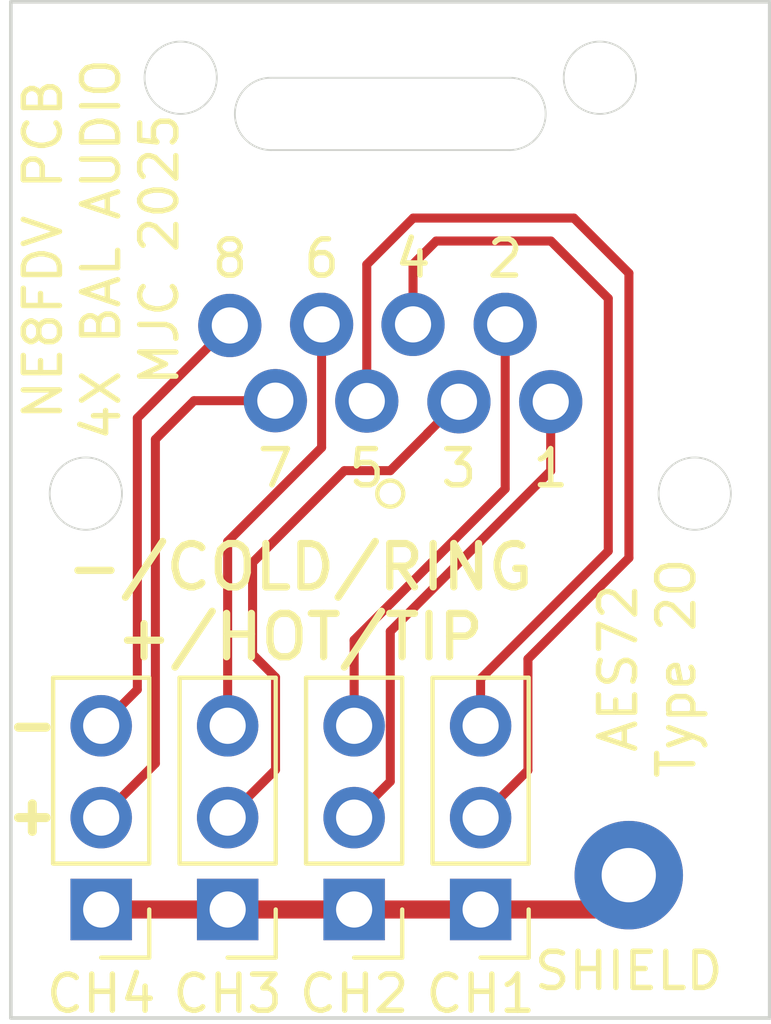
<source format=kicad_pcb>
(kicad_pcb (version 20171130) (host pcbnew "(5.1.2)-2")

  (general
    (thickness 1.6)
    (drawings 18)
    (tracks 47)
    (zones 0)
    (modules 13)
    (nets 1)
  )

  (page A4)
  (layers
    (0 F.Cu signal)
    (31 B.Cu signal)
    (33 F.Adhes user hide)
    (35 F.Paste user hide)
    (37 F.SilkS user)
    (38 B.Mask user)
    (39 F.Mask user)
    (40 Dwgs.User user hide)
    (41 Cmts.User user hide)
    (42 Eco1.User user hide)
    (43 Eco2.User user hide)
    (44 Edge.Cuts user)
    (45 Margin user hide)
    (46 B.CrtYd user)
    (47 F.CrtYd user hide)
    (49 F.Fab user hide)
  )

  (setup
    (last_trace_width 0.25)
    (user_trace_width 1)
    (user_trace_width 3)
    (trace_clearance 0.2)
    (zone_clearance 0.508)
    (zone_45_only no)
    (trace_min 0.2)
    (via_size 0.8)
    (via_drill 0.4)
    (via_min_size 0.4)
    (via_min_drill 0.3)
    (uvia_size 0.3)
    (uvia_drill 0.1)
    (uvias_allowed no)
    (uvia_min_size 0.2)
    (uvia_min_drill 0.1)
    (edge_width 0.05)
    (segment_width 0.2)
    (pcb_text_width 0.3)
    (pcb_text_size 1.5 1.5)
    (mod_edge_width 0.12)
    (mod_text_size 1 1)
    (mod_text_width 0.15)
    (pad_size 3 3)
    (pad_drill 1.50114)
    (pad_to_mask_clearance 0.051)
    (solder_mask_min_width 0.25)
    (aux_axis_origin 135 115)
    (grid_origin 135 115)
    (visible_elements 7FFFFFFF)
    (pcbplotparams
      (layerselection 0x010e0_ffffffff)
      (usegerberextensions true)
      (usegerberattributes false)
      (usegerberadvancedattributes false)
      (creategerberjobfile true)
      (excludeedgelayer false)
      (linewidth 0.100000)
      (plotframeref false)
      (viasonmask false)
      (mode 1)
      (useauxorigin false)
      (hpglpennumber 1)
      (hpglpenspeed 20)
      (hpglpendiameter 15.000000)
      (psnegative false)
      (psa4output false)
      (plotreference true)
      (plotvalue true)
      (plotinvisibletext false)
      (padsonsilk false)
      (subtractmaskfromsilk false)
      (outputformat 1)
      (mirror false)
      (drillshape 0)
      (scaleselection 1)
      (outputdirectory "gerber_and_drill/"))
  )

  (net 0 "")

  (net_class Default "This is the default net class."
    (clearance 0.2)
    (trace_width 0.25)
    (via_dia 0.8)
    (via_drill 0.4)
    (uvia_dia 0.3)
    (uvia_drill 0.1)
  )

  (module Connector_Wire:SolderWirePad_1x01_Drill1mm (layer F.Cu) (tedit 5E55B1CD) (tstamp 5E560618)
    (at 139.44 112.46)
    (descr "Wire solder connection")
    (tags connector)
    (attr virtual)
    (fp_text reference 1 (at 0 1.84) (layer F.SilkS)
      (effects (font (size 1 1) (thickness 0.15)))
    )
    (fp_text value SolderWirePad_1x01_Drill1mm (at 0 3.175) (layer F.Fab)
      (effects (font (size 1 1) (thickness 0.15)))
    )
    (fp_text user %R (at 0 0) (layer F.Fab)
      (effects (font (size 1 1) (thickness 0.15)))
    )
    (fp_line (start -1.75 -1.75) (end 1.75 -1.75) (layer F.CrtYd) (width 0.05))
    (fp_line (start -1.75 -1.75) (end -1.75 1.75) (layer F.CrtYd) (width 0.05))
    (fp_line (start 1.75 1.75) (end 1.75 -1.75) (layer F.CrtYd) (width 0.05))
    (fp_line (start 1.75 1.75) (end -1.75 1.75) (layer F.CrtYd) (width 0.05))
    (pad 1 thru_hole circle (at 0 0) (size 1.75 1.75) (drill 1.00076) (layers *.Cu *.Mask))
  )

  (module Connector_PinHeader_2.54mm:PinHeader_1x03_P2.54mm_Vertical (layer F.Cu) (tedit 59FED5CC) (tstamp 5F8AAD51)
    (at 137.5 126.5 180)
    (descr "Through hole straight pin header, 1x03, 2.54mm pitch, single row")
    (tags "Through hole pin header THT 1x03 2.54mm single row")
    (fp_text reference CH1 (at 0 -2.33) (layer F.SilkS)
      (effects (font (size 1 1) (thickness 0.15)))
    )
    (fp_text value PinHeader_1x03_P2.54mm_Vertical (at 0 7.41) (layer F.Fab)
      (effects (font (size 1 1) (thickness 0.15)))
    )
    (fp_line (start -0.635 -1.27) (end 1.27 -1.27) (layer F.Fab) (width 0.1))
    (fp_line (start 1.27 -1.27) (end 1.27 6.35) (layer F.Fab) (width 0.1))
    (fp_line (start 1.27 6.35) (end -1.27 6.35) (layer F.Fab) (width 0.1))
    (fp_line (start -1.27 6.35) (end -1.27 -0.635) (layer F.Fab) (width 0.1))
    (fp_line (start -1.27 -0.635) (end -0.635 -1.27) (layer F.Fab) (width 0.1))
    (fp_line (start -1.33 6.41) (end 1.33 6.41) (layer F.SilkS) (width 0.12))
    (fp_line (start -1.33 1.27) (end -1.33 6.41) (layer F.SilkS) (width 0.12))
    (fp_line (start 1.33 1.27) (end 1.33 6.41) (layer F.SilkS) (width 0.12))
    (fp_line (start -1.33 1.27) (end 1.33 1.27) (layer F.SilkS) (width 0.12))
    (fp_line (start -1.33 0) (end -1.33 -1.33) (layer F.SilkS) (width 0.12))
    (fp_line (start -1.33 -1.33) (end 0 -1.33) (layer F.SilkS) (width 0.12))
    (fp_line (start -1.8 -1.8) (end -1.8 6.85) (layer F.CrtYd) (width 0.05))
    (fp_line (start -1.8 6.85) (end 1.8 6.85) (layer F.CrtYd) (width 0.05))
    (fp_line (start 1.8 6.85) (end 1.8 -1.8) (layer F.CrtYd) (width 0.05))
    (fp_line (start 1.8 -1.8) (end -1.8 -1.8) (layer F.CrtYd) (width 0.05))
    (fp_text user %R (at 0 2.54 90) (layer F.Fab)
      (effects (font (size 1 1) (thickness 0.15)))
    )
    (pad 1 thru_hole rect (at 0 0 180) (size 1.7 1.7) (drill 1) (layers *.Cu *.Mask))
    (pad 2 thru_hole oval (at 0 2.54 180) (size 1.7 1.7) (drill 1) (layers *.Cu *.Mask))
    (pad 3 thru_hole oval (at 0 5.08 180) (size 1.7 1.7) (drill 1) (layers *.Cu *.Mask))
    (model ${KISYS3DMOD}/Connector_PinHeader_2.54mm.3dshapes/PinHeader_1x03_P2.54mm_Vertical.wrl
      (at (xyz 0 0 0))
      (scale (xyz 1 1 1))
      (rotate (xyz 0 0 0))
    )
  )

  (module Connector_PinHeader_2.54mm:PinHeader_1x03_P2.54mm_Vertical (layer F.Cu) (tedit 59FED5CC) (tstamp 5F8AAD25)
    (at 134 126.5 180)
    (descr "Through hole straight pin header, 1x03, 2.54mm pitch, single row")
    (tags "Through hole pin header THT 1x03 2.54mm single row")
    (fp_text reference CH2 (at 0 -2.33) (layer F.SilkS)
      (effects (font (size 1 1) (thickness 0.15)))
    )
    (fp_text value PinHeader_1x03_P2.54mm_Vertical (at 0 7.41) (layer F.Fab)
      (effects (font (size 1 1) (thickness 0.15)))
    )
    (fp_text user %R (at 0 2.54 90) (layer F.Fab)
      (effects (font (size 1 1) (thickness 0.15)))
    )
    (fp_line (start 1.8 -1.8) (end -1.8 -1.8) (layer F.CrtYd) (width 0.05))
    (fp_line (start 1.8 6.85) (end 1.8 -1.8) (layer F.CrtYd) (width 0.05))
    (fp_line (start -1.8 6.85) (end 1.8 6.85) (layer F.CrtYd) (width 0.05))
    (fp_line (start -1.8 -1.8) (end -1.8 6.85) (layer F.CrtYd) (width 0.05))
    (fp_line (start -1.33 -1.33) (end 0 -1.33) (layer F.SilkS) (width 0.12))
    (fp_line (start -1.33 0) (end -1.33 -1.33) (layer F.SilkS) (width 0.12))
    (fp_line (start -1.33 1.27) (end 1.33 1.27) (layer F.SilkS) (width 0.12))
    (fp_line (start 1.33 1.27) (end 1.33 6.41) (layer F.SilkS) (width 0.12))
    (fp_line (start -1.33 1.27) (end -1.33 6.41) (layer F.SilkS) (width 0.12))
    (fp_line (start -1.33 6.41) (end 1.33 6.41) (layer F.SilkS) (width 0.12))
    (fp_line (start -1.27 -0.635) (end -0.635 -1.27) (layer F.Fab) (width 0.1))
    (fp_line (start -1.27 6.35) (end -1.27 -0.635) (layer F.Fab) (width 0.1))
    (fp_line (start 1.27 6.35) (end -1.27 6.35) (layer F.Fab) (width 0.1))
    (fp_line (start 1.27 -1.27) (end 1.27 6.35) (layer F.Fab) (width 0.1))
    (fp_line (start -0.635 -1.27) (end 1.27 -1.27) (layer F.Fab) (width 0.1))
    (pad 3 thru_hole oval (at 0 5.08 180) (size 1.7 1.7) (drill 1) (layers *.Cu *.Mask))
    (pad 2 thru_hole oval (at 0 2.54 180) (size 1.7 1.7) (drill 1) (layers *.Cu *.Mask))
    (pad 1 thru_hole rect (at 0 0 180) (size 1.7 1.7) (drill 1) (layers *.Cu *.Mask))
    (model ${KISYS3DMOD}/Connector_PinHeader_2.54mm.3dshapes/PinHeader_1x03_P2.54mm_Vertical.wrl
      (at (xyz 0 0 0))
      (scale (xyz 1 1 1))
      (rotate (xyz 0 0 0))
    )
  )

  (module Connector_PinHeader_2.54mm:PinHeader_1x03_P2.54mm_Vertical (layer F.Cu) (tedit 59FED5CC) (tstamp 5F8AACF9)
    (at 130.5 126.5 180)
    (descr "Through hole straight pin header, 1x03, 2.54mm pitch, single row")
    (tags "Through hole pin header THT 1x03 2.54mm single row")
    (fp_text reference CH3 (at 0 -2.33) (layer F.SilkS)
      (effects (font (size 1 1) (thickness 0.15)))
    )
    (fp_text value PinHeader_1x03_P2.54mm_Vertical (at 0 7.41) (layer F.Fab)
      (effects (font (size 1 1) (thickness 0.15)))
    )
    (fp_line (start -0.635 -1.27) (end 1.27 -1.27) (layer F.Fab) (width 0.1))
    (fp_line (start 1.27 -1.27) (end 1.27 6.35) (layer F.Fab) (width 0.1))
    (fp_line (start 1.27 6.35) (end -1.27 6.35) (layer F.Fab) (width 0.1))
    (fp_line (start -1.27 6.35) (end -1.27 -0.635) (layer F.Fab) (width 0.1))
    (fp_line (start -1.27 -0.635) (end -0.635 -1.27) (layer F.Fab) (width 0.1))
    (fp_line (start -1.33 6.41) (end 1.33 6.41) (layer F.SilkS) (width 0.12))
    (fp_line (start -1.33 1.27) (end -1.33 6.41) (layer F.SilkS) (width 0.12))
    (fp_line (start 1.33 1.27) (end 1.33 6.41) (layer F.SilkS) (width 0.12))
    (fp_line (start -1.33 1.27) (end 1.33 1.27) (layer F.SilkS) (width 0.12))
    (fp_line (start -1.33 0) (end -1.33 -1.33) (layer F.SilkS) (width 0.12))
    (fp_line (start -1.33 -1.33) (end 0 -1.33) (layer F.SilkS) (width 0.12))
    (fp_line (start -1.8 -1.8) (end -1.8 6.85) (layer F.CrtYd) (width 0.05))
    (fp_line (start -1.8 6.85) (end 1.8 6.85) (layer F.CrtYd) (width 0.05))
    (fp_line (start 1.8 6.85) (end 1.8 -1.8) (layer F.CrtYd) (width 0.05))
    (fp_line (start 1.8 -1.8) (end -1.8 -1.8) (layer F.CrtYd) (width 0.05))
    (fp_text user %R (at 0 2.54 90) (layer F.Fab)
      (effects (font (size 1 1) (thickness 0.15)))
    )
    (pad 1 thru_hole rect (at 0 0 180) (size 1.7 1.7) (drill 1) (layers *.Cu *.Mask))
    (pad 2 thru_hole oval (at 0 2.54 180) (size 1.7 1.7) (drill 1) (layers *.Cu *.Mask))
    (pad 3 thru_hole oval (at 0 5.08 180) (size 1.7 1.7) (drill 1) (layers *.Cu *.Mask))
    (model ${KISYS3DMOD}/Connector_PinHeader_2.54mm.3dshapes/PinHeader_1x03_P2.54mm_Vertical.wrl
      (at (xyz 0 0 0))
      (scale (xyz 1 1 1))
      (rotate (xyz 0 0 0))
    )
  )

  (module Connector_PinHeader_2.54mm:PinHeader_1x03_P2.54mm_Vertical (layer F.Cu) (tedit 59FED5CC) (tstamp 5F8AAC63)
    (at 127 126.5 180)
    (descr "Through hole straight pin header, 1x03, 2.54mm pitch, single row")
    (tags "Through hole pin header THT 1x03 2.54mm single row")
    (fp_text reference CH4 (at 0 -2.33) (layer F.SilkS)
      (effects (font (size 1 1) (thickness 0.15)))
    )
    (fp_text value PinHeader_1x03_P2.54mm_Vertical (at 0 7.41) (layer F.Fab)
      (effects (font (size 1 1) (thickness 0.15)))
    )
    (fp_text user %R (at 0 2.54 90) (layer F.Fab)
      (effects (font (size 1 1) (thickness 0.15)))
    )
    (fp_line (start 1.8 -1.8) (end -1.8 -1.8) (layer F.CrtYd) (width 0.05))
    (fp_line (start 1.8 6.85) (end 1.8 -1.8) (layer F.CrtYd) (width 0.05))
    (fp_line (start -1.8 6.85) (end 1.8 6.85) (layer F.CrtYd) (width 0.05))
    (fp_line (start -1.8 -1.8) (end -1.8 6.85) (layer F.CrtYd) (width 0.05))
    (fp_line (start -1.33 -1.33) (end 0 -1.33) (layer F.SilkS) (width 0.12))
    (fp_line (start -1.33 0) (end -1.33 -1.33) (layer F.SilkS) (width 0.12))
    (fp_line (start -1.33 1.27) (end 1.33 1.27) (layer F.SilkS) (width 0.12))
    (fp_line (start 1.33 1.27) (end 1.33 6.41) (layer F.SilkS) (width 0.12))
    (fp_line (start -1.33 1.27) (end -1.33 6.41) (layer F.SilkS) (width 0.12))
    (fp_line (start -1.33 6.41) (end 1.33 6.41) (layer F.SilkS) (width 0.12))
    (fp_line (start -1.27 -0.635) (end -0.635 -1.27) (layer F.Fab) (width 0.1))
    (fp_line (start -1.27 6.35) (end -1.27 -0.635) (layer F.Fab) (width 0.1))
    (fp_line (start 1.27 6.35) (end -1.27 6.35) (layer F.Fab) (width 0.1))
    (fp_line (start 1.27 -1.27) (end 1.27 6.35) (layer F.Fab) (width 0.1))
    (fp_line (start -0.635 -1.27) (end 1.27 -1.27) (layer F.Fab) (width 0.1))
    (pad 3 thru_hole oval (at 0 5.08 180) (size 1.7 1.7) (drill 1) (layers *.Cu *.Mask))
    (pad 2 thru_hole oval (at 0 2.54 180) (size 1.7 1.7) (drill 1) (layers *.Cu *.Mask))
    (pad 1 thru_hole rect (at 0 0 180) (size 1.7 1.7) (drill 1) (layers *.Cu *.Mask))
    (model ${KISYS3DMOD}/Connector_PinHeader_2.54mm.3dshapes/PinHeader_1x03_P2.54mm_Vertical.wrl
      (at (xyz 0 0 0))
      (scale (xyz 1 1 1))
      (rotate (xyz 0 0 0))
    )
  )

  (module Connector_Wire:SolderWirePad_1x01_Drill1.5mm (layer F.Cu) (tedit 5E55B1AD) (tstamp 5E561F4F)
    (at 141.6 125.55)
    (descr "Wire solder connection")
    (tags connector)
    (attr virtual)
    (fp_text reference SHIELD (at 0 2.65) (layer F.SilkS)
      (effects (font (size 1 1) (thickness 0.15)))
    )
    (fp_text value SolderWirePad_1x01_Drill1.5mm (at 0 3.81) (layer F.Fab)
      (effects (font (size 1 1) (thickness 0.15)))
    )
    (fp_line (start 2.5 2.5) (end -2.5 2.5) (layer F.CrtYd) (width 0.05))
    (fp_line (start 2.5 2.5) (end 2.5 -2.5) (layer F.CrtYd) (width 0.05))
    (fp_line (start -2.5 -2.5) (end -2.5 2.5) (layer F.CrtYd) (width 0.05))
    (fp_line (start -2.5 -2.5) (end 2.5 -2.5) (layer F.CrtYd) (width 0.05))
    (fp_text user %R (at 0 0) (layer F.Fab)
      (effects (font (size 1 1) (thickness 0.15)))
    )
    (pad 1 thru_hole circle (at 0 0) (size 3 3) (drill 1.50114) (layers *.Cu *.Mask))
  )

  (module Connector_Wire:SolderWirePad_1x01_Drill1mm (layer F.Cu) (tedit 5E55B1E2) (tstamp 5E56045A)
    (at 138.18 110.32)
    (descr "Wire solder connection")
    (tags connector)
    (attr virtual)
    (fp_text reference 2 (at 0 -1.82) (layer F.SilkS)
      (effects (font (size 1 1) (thickness 0.15)))
    )
    (fp_text value SolderWirePad_1x01_Drill1mm (at 0 3.175) (layer F.Fab)
      (effects (font (size 1 1) (thickness 0.15)))
    )
    (fp_line (start 1.75 1.75) (end -1.75 1.75) (layer F.CrtYd) (width 0.05))
    (fp_line (start 1.75 1.75) (end 1.75 -1.75) (layer F.CrtYd) (width 0.05))
    (fp_line (start -1.75 -1.75) (end -1.75 1.75) (layer F.CrtYd) (width 0.05))
    (fp_line (start -1.75 -1.75) (end 1.75 -1.75) (layer F.CrtYd) (width 0.05))
    (fp_text user %R (at 0 0) (layer F.Fab)
      (effects (font (size 1 1) (thickness 0.15)))
    )
    (pad 1 thru_hole circle (at 0 0) (size 1.75 1.75) (drill 1.00076) (layers *.Cu *.Mask))
  )

  (module Connector_Wire:SolderWirePad_1x01_Drill1mm (layer F.Cu) (tedit 5E55B1DE) (tstamp 5E56045A)
    (at 135.63 110.32)
    (descr "Wire solder connection")
    (tags connector)
    (attr virtual)
    (fp_text reference 4 (at 0 -1.82) (layer F.SilkS)
      (effects (font (size 1 1) (thickness 0.15)))
    )
    (fp_text value SolderWirePad_1x01_Drill1mm (at 0 3.175) (layer F.Fab)
      (effects (font (size 1 1) (thickness 0.15)))
    )
    (fp_line (start 1.75 1.75) (end -1.75 1.75) (layer F.CrtYd) (width 0.05))
    (fp_line (start 1.75 1.75) (end 1.75 -1.75) (layer F.CrtYd) (width 0.05))
    (fp_line (start -1.75 -1.75) (end -1.75 1.75) (layer F.CrtYd) (width 0.05))
    (fp_line (start -1.75 -1.75) (end 1.75 -1.75) (layer F.CrtYd) (width 0.05))
    (fp_text user %R (at 0 0) (layer F.Fab)
      (effects (font (size 1 1) (thickness 0.15)))
    )
    (pad 1 thru_hole circle (at 0 0) (size 1.75 1.75) (drill 1.00076) (layers *.Cu *.Mask))
  )

  (module Connector_Wire:SolderWirePad_1x01_Drill1mm (layer F.Cu) (tedit 5E55B1D8) (tstamp 5E56045A)
    (at 133.1 110.32)
    (descr "Wire solder connection")
    (tags connector)
    (attr virtual)
    (fp_text reference 6 (at 0 -1.82) (layer F.SilkS)
      (effects (font (size 1 1) (thickness 0.15)))
    )
    (fp_text value SolderWirePad_1x01_Drill1mm (at 0 3.175) (layer F.Fab)
      (effects (font (size 1 1) (thickness 0.15)))
    )
    (fp_line (start 1.75 1.75) (end -1.75 1.75) (layer F.CrtYd) (width 0.05))
    (fp_line (start 1.75 1.75) (end 1.75 -1.75) (layer F.CrtYd) (width 0.05))
    (fp_line (start -1.75 -1.75) (end -1.75 1.75) (layer F.CrtYd) (width 0.05))
    (fp_line (start -1.75 -1.75) (end 1.75 -1.75) (layer F.CrtYd) (width 0.05))
    (fp_text user %R (at 0 0) (layer F.Fab)
      (effects (font (size 1 1) (thickness 0.15)))
    )
    (pad 1 thru_hole circle (at 0 0) (size 1.75 1.75) (drill 1.00076) (layers *.Cu *.Mask))
  )

  (module Connector_Wire:SolderWirePad_1x01_Drill1mm (layer F.Cu) (tedit 5E55B1B9) (tstamp 5E560735)
    (at 131.82 112.43)
    (descr "Wire solder connection")
    (tags connector)
    (attr virtual)
    (fp_text reference 7 (at 0 1.87) (layer F.SilkS)
      (effects (font (size 1 1) (thickness 0.15)))
    )
    (fp_text value SolderWirePad_1x01_Drill1mm (at 0 3.175) (layer F.Fab)
      (effects (font (size 1 1) (thickness 0.15)))
    )
    (fp_line (start 1.75 1.75) (end -1.75 1.75) (layer F.CrtYd) (width 0.05))
    (fp_line (start 1.75 1.75) (end 1.75 -1.75) (layer F.CrtYd) (width 0.05))
    (fp_line (start -1.75 -1.75) (end -1.75 1.75) (layer F.CrtYd) (width 0.05))
    (fp_line (start -1.75 -1.75) (end 1.75 -1.75) (layer F.CrtYd) (width 0.05))
    (fp_text user %R (at 0 0) (layer F.Fab)
      (effects (font (size 1 1) (thickness 0.15)))
    )
    (pad 1 thru_hole circle (at 0 0) (size 1.75 1.75) (drill 1.00076) (layers *.Cu *.Mask))
  )

  (module Connector_Wire:SolderWirePad_1x01_Drill1mm (layer F.Cu) (tedit 5E55B1C2) (tstamp 5E56045A)
    (at 134.35 112.44)
    (descr "Wire solder connection")
    (tags connector)
    (attr virtual)
    (fp_text reference 5 (at 0 1.86) (layer F.SilkS)
      (effects (font (size 1 1) (thickness 0.15)))
    )
    (fp_text value SolderWirePad_1x01_Drill1mm (at 0 3.175) (layer F.Fab)
      (effects (font (size 1 1) (thickness 0.15)))
    )
    (fp_line (start 1.75 1.75) (end -1.75 1.75) (layer F.CrtYd) (width 0.05))
    (fp_line (start 1.75 1.75) (end 1.75 -1.75) (layer F.CrtYd) (width 0.05))
    (fp_line (start -1.75 -1.75) (end -1.75 1.75) (layer F.CrtYd) (width 0.05))
    (fp_line (start -1.75 -1.75) (end 1.75 -1.75) (layer F.CrtYd) (width 0.05))
    (fp_text user %R (at 0 0) (layer F.Fab)
      (effects (font (size 1 1) (thickness 0.15)))
    )
    (pad 1 thru_hole circle (at 0 0) (size 1.75 1.75) (drill 1.00076) (layers *.Cu *.Mask))
  )

  (module Connector_Wire:SolderWirePad_1x01_Drill1mm (layer F.Cu) (tedit 5E55B1C8) (tstamp 5E56045A)
    (at 136.9 112.46)
    (descr "Wire solder connection")
    (tags connector)
    (attr virtual)
    (fp_text reference 3 (at 0 1.84) (layer F.SilkS)
      (effects (font (size 1 1) (thickness 0.15)))
    )
    (fp_text value SolderWirePad_1x01_Drill1mm (at 0 3.175) (layer F.Fab)
      (effects (font (size 1 1) (thickness 0.15)))
    )
    (fp_line (start 1.75 1.75) (end -1.75 1.75) (layer F.CrtYd) (width 0.05))
    (fp_line (start 1.75 1.75) (end 1.75 -1.75) (layer F.CrtYd) (width 0.05))
    (fp_line (start -1.75 -1.75) (end -1.75 1.75) (layer F.CrtYd) (width 0.05))
    (fp_line (start -1.75 -1.75) (end 1.75 -1.75) (layer F.CrtYd) (width 0.05))
    (fp_text user %R (at 0 0) (layer F.Fab)
      (effects (font (size 1 1) (thickness 0.15)))
    )
    (pad 1 thru_hole circle (at 0 0) (size 1.75 1.75) (drill 1.00076) (layers *.Cu *.Mask))
  )

  (module Connector_Wire:SolderWirePad_1x01_Drill1mm (layer F.Cu) (tedit 5E55B1D3) (tstamp 5E5603C7)
    (at 130.56 110.35)
    (descr "Wire solder connection")
    (tags connector)
    (attr virtual)
    (fp_text reference 8 (at 0 -1.85) (layer F.SilkS)
      (effects (font (size 1 1) (thickness 0.15)))
    )
    (fp_text value SolderWirePad_1x01_Drill1mm (at 0 3.175) (layer F.Fab)
      (effects (font (size 1 1) (thickness 0.15)))
    )
    (fp_line (start 1.75 1.75) (end -1.75 1.75) (layer F.CrtYd) (width 0.05))
    (fp_line (start 1.75 1.75) (end 1.75 -1.75) (layer F.CrtYd) (width 0.05))
    (fp_line (start -1.75 -1.75) (end -1.75 1.75) (layer F.CrtYd) (width 0.05))
    (fp_line (start -1.75 -1.75) (end 1.75 -1.75) (layer F.CrtYd) (width 0.05))
    (fp_text user %R (at 0 0) (layer F.Fab)
      (effects (font (size 1 1) (thickness 0.15)))
    )
    (pad 1 thru_hole circle (at 0 0) (size 1.75 1.75) (drill 1.00076) (layers *.Cu *.Mask))
  )

  (gr_text "AES72\nType 2O" (at 142.112 119.826 90) (layer F.SilkS)
    (effects (font (size 1 1) (thickness 0.15)))
  )
  (gr_text + (at 125.094 123.89) (layer F.SilkS)
    (effects (font (size 1 1) (thickness 0.25)))
  )
  (gr_text - (at 125.094 121.35) (layer F.SilkS)
    (effects (font (size 1.5 1) (thickness 0.25)))
  )
  (gr_text "-/COLD/RING\n+/HOT/TIP" (at 132.5 118) (layer F.SilkS)
    (effects (font (size 1.2 1.2) (thickness 0.2)))
  )
  (gr_arc (start 131.7 104.5) (end 131.7 103.5) (angle -180) (layer Edge.Cuts) (width 0.05))
  (gr_arc (start 138.3 104.5) (end 138.3 105.5) (angle -180) (layer Edge.Cuts) (width 0.05))
  (gr_line (start 145.5 101.4) (end 145.5 129.5) (layer Edge.Cuts) (width 0.1))
  (gr_line (start 124.5 101.4) (end 145.5 101.4) (layer Edge.Cuts) (width 0.1))
  (gr_line (start 124.5 129.5) (end 124.5 101.4) (layer Edge.Cuts) (width 0.1))
  (gr_line (start 145.5 129.5) (end 124.5 129.5) (layer Edge.Cuts) (width 0.1))
  (gr_line (start 131.7 105.5) (end 138.3 105.5) (layer Edge.Cuts) (width 0.05) (tstamp 5E560785))
  (gr_line (start 131.7 103.5) (end 138.3 103.5) (layer Edge.Cuts) (width 0.05) (tstamp 5E560784))
  (gr_circle (center 129.2 103.5) (end 130.2 103.5) (layer Edge.Cuts) (width 0.05) (tstamp 5E55AB8D))
  (gr_circle (center 140.8 103.5) (end 141.8 103.5) (layer Edge.Cuts) (width 0.05) (tstamp 5E55AB8D))
  (gr_circle (center 126.575 115) (end 127.575 115) (layer Edge.Cuts) (width 0.05) (tstamp 5E5603F3))
  (gr_circle (center 143.425 115) (end 144.425 115) (layer Edge.Cuts) (width 0.05))
  (gr_text "NE8FDV PCB\n4X BAL AUDIO\nMJC 2025" (at 127 108.25 90) (layer F.SilkS)
    (effects (font (size 1 1) (thickness 0.15)))
  )
  (gr_circle (center 135 115) (end 135.3 115.2) (layer F.SilkS) (width 0.12))

  (segment (start 141.54 125.49) (end 141.6 125.55) (width 0.25) (layer F.Cu) (net 0))
  (segment (start 141.5 125.45) (end 141.6 125.55) (width 1) (layer F.Cu) (net 0))
  (segment (start 127 126.5) (end 137.5 126.5) (width 0.5) (layer F.Cu) (net 0))
  (segment (start 140.65 126.5) (end 141.6 125.55) (width 0.25) (layer F.Cu) (net 0))
  (segment (start 137.5 126.5) (end 140.65 126.5) (width 0.5) (layer F.Cu) (net 0))
  (segment (start 130.56 110.35) (end 128 112.91) (width 0.25) (layer F.Cu) (net 0))
  (segment (start 128 120.42) (end 127 121.42) (width 0.25) (layer F.Cu) (net 0))
  (segment (start 128 112.91) (end 128 120.42) (width 0.25) (layer F.Cu) (net 0))
  (segment (start 128.5 122.46) (end 127 123.96) (width 0.25) (layer F.Cu) (net 0))
  (segment (start 131.82 112.43) (end 129.57 112.43) (width 0.25) (layer F.Cu) (net 0))
  (segment (start 128.5 113.5) (end 128.5 122.46) (width 0.25) (layer F.Cu) (net 0))
  (segment (start 129.57 112.43) (end 128.5 113.5) (width 0.25) (layer F.Cu) (net 0))
  (segment (start 130.5 116.325) (end 130.5 121.42) (width 0.25) (layer F.Cu) (net 0))
  (segment (start 133.1 110.32) (end 133.1 113.725) (width 0.25) (layer F.Cu) (net 0))
  (segment (start 133.1 113.725) (end 130.5 116.325) (width 0.25) (layer F.Cu) (net 0))
  (segment (start 136.025001 113.334999) (end 136.025001 113.339999) (width 0.25) (layer F.Cu) (net 0))
  (segment (start 136.9 112.46) (end 136.025001 113.334999) (width 0.25) (layer F.Cu) (net 0))
  (segment (start 136.025001 113.339999) (end 135 114.365) (width 0.25) (layer F.Cu) (net 0))
  (segment (start 135 114.365) (end 133.73 114.365) (width 0.25) (layer F.Cu) (net 0))
  (segment (start 133.73 114.365) (end 131.19 116.905) (width 0.25) (layer F.Cu) (net 0))
  (segment (start 131.19 116.905) (end 131.19 119.445) (width 0.25) (layer F.Cu) (net 0))
  (segment (start 131.19 119.445) (end 131.825 120.08) (width 0.25) (layer F.Cu) (net 0))
  (segment (start 131.825 122.635) (end 130.5 123.96) (width 0.25) (layer F.Cu) (net 0))
  (segment (start 131.825 120.08) (end 131.825 122.635) (width 0.25) (layer F.Cu) (net 0))
  (segment (start 135 122.96) (end 134 123.96) (width 0.25) (layer F.Cu) (net 0))
  (segment (start 135 118.81) (end 135 122.96) (width 0.25) (layer F.Cu) (net 0))
  (segment (start 139.44 112.46) (end 139.44 114.37) (width 0.25) (layer F.Cu) (net 0))
  (segment (start 139.44 114.37) (end 135 118.81) (width 0.25) (layer F.Cu) (net 0))
  (segment (start 137.5 120.12) (end 137.5 121.42) (width 0.25) (layer F.Cu) (net 0))
  (segment (start 135.63 110.32) (end 135.63 108.655) (width 0.25) (layer F.Cu) (net 0))
  (segment (start 135.63 108.655) (end 136.27 108.015) (width 0.25) (layer F.Cu) (net 0))
  (segment (start 139.445 108.015) (end 141.0325 109.6025) (width 0.25) (layer F.Cu) (net 0))
  (segment (start 136.27 108.015) (end 139.445 108.015) (width 0.25) (layer F.Cu) (net 0))
  (segment (start 141.0325 109.6025) (end 141.0325 116.5875) (width 0.25) (layer F.Cu) (net 0))
  (segment (start 141.0325 116.5875) (end 137.5 120.12) (width 0.25) (layer F.Cu) (net 0))
  (segment (start 134 119.08) (end 134 121.42) (width 0.25) (layer F.Cu) (net 0))
  (segment (start 134 119.048) (end 134 119.08) (width 0.25) (layer F.Cu) (net 0))
  (segment (start 138.18 114.868) (end 134 119.048) (width 0.25) (layer F.Cu) (net 0))
  (segment (start 138.18 110.32) (end 138.18 114.868) (width 0.25) (layer F.Cu) (net 0))
  (segment (start 138.81 122.65) (end 137.5 123.96) (width 0.25) (layer F.Cu) (net 0))
  (segment (start 138.81 119.572) (end 138.81 122.65) (width 0.25) (layer F.Cu) (net 0))
  (segment (start 134.35 108.665) (end 135.635 107.38) (width 0.25) (layer F.Cu) (net 0))
  (segment (start 135.635 107.38) (end 140.08 107.38) (width 0.25) (layer F.Cu) (net 0))
  (segment (start 140.08 107.38) (end 141.604 108.904) (width 0.25) (layer F.Cu) (net 0))
  (segment (start 141.604 108.904) (end 141.604 116.778) (width 0.25) (layer F.Cu) (net 0))
  (segment (start 134.35 112.44) (end 134.35 108.665) (width 0.25) (layer F.Cu) (net 0))
  (segment (start 141.604 116.778) (end 138.81 119.572) (width 0.25) (layer F.Cu) (net 0))

)

</source>
